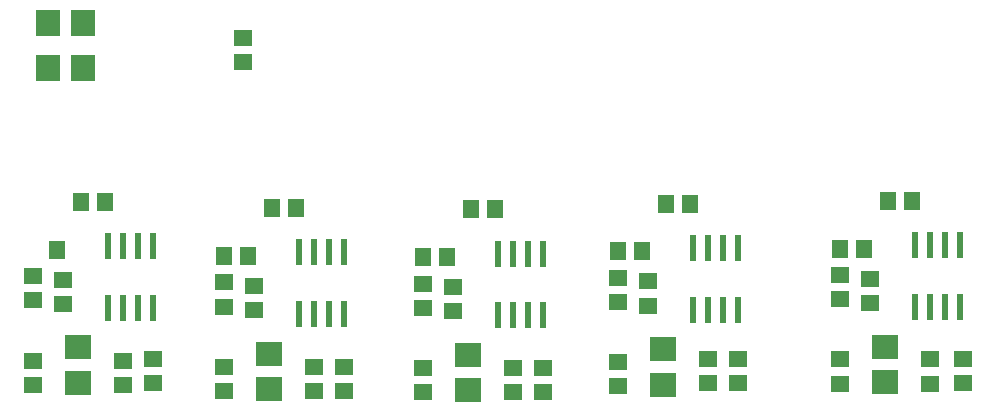
<source format=gtp>
G04 MADE WITH FRITZING*
G04 WWW.FRITZING.ORG*
G04 DOUBLE SIDED*
G04 HOLES PLATED*
G04 CONTOUR ON CENTER OF CONTOUR VECTOR*
%ASAXBY*%
%FSLAX23Y23*%
%MOIN*%
%OFA0B0*%
%SFA1.0B1.0*%
%ADD10R,0.078740X0.086614*%
%ADD11R,0.059055X0.055118*%
%ADD12R,0.055118X0.059055*%
%ADD13R,0.024000X0.087000*%
%ADD14R,0.086614X0.078740*%
%LNPASTEMASK1*%
G90*
G70*
G54D10*
X223Y1597D03*
X105Y1597D03*
X223Y1747D03*
X105Y1747D03*
G54D11*
X755Y1616D03*
X755Y1697D03*
X55Y621D03*
X55Y541D03*
X2746Y625D03*
X2746Y544D03*
X2005Y615D03*
X2005Y535D03*
X692Y601D03*
X692Y520D03*
X1355Y597D03*
X1355Y516D03*
G54D12*
X215Y1150D03*
X296Y1150D03*
X2905Y1154D03*
X2986Y1154D03*
X2165Y1144D03*
X2246Y1144D03*
X852Y1130D03*
X933Y1130D03*
X1515Y1126D03*
X1596Y1126D03*
G54D11*
X355Y621D03*
X355Y541D03*
X3046Y625D03*
X3046Y544D03*
X2305Y627D03*
X2305Y547D03*
X992Y601D03*
X992Y520D03*
X1655Y597D03*
X1655Y516D03*
X55Y903D03*
X55Y822D03*
X2746Y906D03*
X2746Y826D03*
X2005Y897D03*
X2005Y816D03*
X692Y882D03*
X692Y801D03*
X1355Y878D03*
X1355Y797D03*
G54D13*
X355Y797D03*
X305Y1003D03*
X405Y1003D03*
X405Y797D03*
X355Y1003D03*
X455Y797D03*
X455Y1003D03*
X305Y797D03*
X3046Y800D03*
X2996Y1006D03*
X3096Y1006D03*
X3096Y800D03*
X3046Y1006D03*
X3146Y800D03*
X3146Y1006D03*
X2996Y800D03*
X2305Y791D03*
X2255Y997D03*
X2355Y997D03*
X2355Y791D03*
X2305Y997D03*
X2405Y791D03*
X2405Y997D03*
X2255Y791D03*
X992Y776D03*
X942Y982D03*
X1042Y982D03*
X1042Y776D03*
X992Y982D03*
X1092Y776D03*
X1092Y982D03*
X942Y776D03*
X1655Y772D03*
X1605Y978D03*
X1705Y978D03*
X1705Y772D03*
X1655Y978D03*
X1755Y772D03*
X1755Y978D03*
X1605Y772D03*
G54D14*
X205Y547D03*
X205Y665D03*
X2896Y550D03*
X2896Y668D03*
X2155Y541D03*
X2155Y659D03*
X842Y526D03*
X842Y644D03*
X1505Y522D03*
X1505Y640D03*
G54D11*
X455Y627D03*
X455Y547D03*
X3155Y627D03*
X3155Y547D03*
X2405Y627D03*
X2405Y547D03*
X1092Y601D03*
X1092Y520D03*
X1755Y597D03*
X1755Y516D03*
G54D12*
X136Y991D03*
X2826Y994D03*
X2746Y994D03*
X2086Y985D03*
X2005Y985D03*
X773Y970D03*
X692Y970D03*
X1436Y966D03*
X1355Y966D03*
G54D11*
X155Y810D03*
X155Y891D03*
X2846Y814D03*
X2846Y894D03*
X2105Y804D03*
X2105Y885D03*
X792Y789D03*
X792Y870D03*
X1455Y785D03*
X1455Y866D03*
G04 End of PasteMask1*
M02*
</source>
